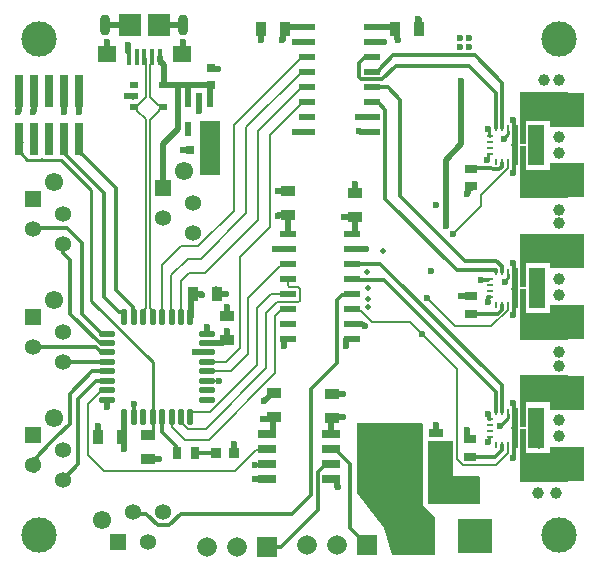
<source format=gbr>
%TF.GenerationSoftware,Altium Limited,Altium Designer,22.10.1 (41)*%
G04 Layer_Physical_Order=1*
G04 Layer_Color=255*
%FSLAX45Y45*%
%MOMM*%
%TF.SameCoordinates,46D62589-93FC-40D0-8CC9-1CC447A4D7C4*%
%TF.FilePolarity,Positive*%
%TF.FileFunction,Copper,L1,Top,Signal*%
%TF.Part,Single*%
G01*
G75*
%TA.AperFunction,Conductor*%
%ADD10C,0.25400*%
%TA.AperFunction,SMDPad,CuDef*%
%ADD11R,0.95620X1.20620*%
%ADD12R,1.20620X0.95620*%
%ADD13R,3.00000X3.00000*%
%ADD14R,1.46170X0.53340*%
%ADD15R,1.52500X0.65000*%
%ADD16R,0.75000X1.00000*%
%ADD17R,0.95000X0.95000*%
%ADD18R,0.70000X0.70000*%
%ADD19R,0.70000X0.70000*%
%ADD20O,1.45000X0.55000*%
%ADD21O,0.55000X1.45000*%
%ADD22R,0.74000X2.79000*%
%ADD23R,0.75000X0.60000*%
%TA.AperFunction,ConnectorPad*%
%ADD24R,0.40000X1.35000*%
%ADD25R,1.60000X1.40000*%
%TA.AperFunction,SMDPad,CuDef*%
%ADD26R,1.90000X1.90000*%
%TA.AperFunction,SMDPad,SMDef*%
%ADD27R,0.60000X0.25000*%
%ADD28R,0.25000X0.60000*%
%ADD29R,0.50000X1.67500*%
%ADD30R,1.40000X3.50000*%
%ADD31R,0.50000X3.50000*%
%TA.AperFunction,SMDPad,CuDef*%
%ADD32R,3.10000X4.20000*%
%ADD33R,1.50000X4.70000*%
%ADD34R,1.15000X0.70000*%
%ADD35R,3.00000X3.00000*%
%ADD36R,1.00000X0.75000*%
%ADD37R,0.60000X1.25000*%
%TA.AperFunction,Conductor*%
%ADD38C,0.30000*%
%ADD39C,0.50000*%
%ADD40C,0.20000*%
%ADD41C,0.15000*%
%TA.AperFunction,ComponentPad*%
%ADD42R,1.35800X1.35800*%
%ADD43C,1.35800*%
%ADD44C,1.55000*%
%ADD45R,1.66500X1.66500*%
%ADD46C,1.66500*%
%ADD47R,1.35800X1.35800*%
%ADD48O,0.90000X1.80000*%
%TA.AperFunction,WasherPad*%
%ADD49C,3.00000*%
%TA.AperFunction,ViaPad*%
%ADD50C,0.50000*%
%ADD51C,0.60000*%
%ADD52C,0.80000*%
%ADD53C,1.00000*%
G36*
X7099400Y3396567D02*
X7325067Y3396874D01*
X7334048Y3387893D01*
X7333741Y3162226D01*
X6889400D01*
Y3692226D01*
X7099400D01*
Y3396567D01*
D02*
G37*
G36*
X6850973Y3838239D02*
X6850000Y3150000D01*
X6950000Y3040000D01*
Y2727867D01*
X6588954D01*
X6520000Y2960000D01*
X6289729Y3256984D01*
Y3847226D01*
X6841999D01*
X6850973Y3838239D01*
D02*
G37*
G36*
X8080000Y3350000D02*
X7670000D01*
Y3590000D01*
X8080000D01*
Y3350000D01*
D02*
G37*
G36*
Y4020000D02*
X7670000D01*
Y4250000D01*
X8080000D01*
Y4020000D01*
D02*
G37*
G36*
X5130000Y5950000D02*
X4960000D01*
Y6400000D01*
X5130000D01*
Y5950000D01*
D02*
G37*
G36*
X8080000Y5750000D02*
X7669552D01*
Y5951161D01*
X7669666Y5951437D01*
Y5973477D01*
X7669552Y5973753D01*
Y5990000D01*
X8080000D01*
Y5750000D01*
D02*
G37*
G36*
Y6403831D02*
X7670000D01*
Y6650000D01*
X8080000D01*
Y6403831D01*
D02*
G37*
G36*
Y4550000D02*
X7670000D01*
Y4780000D01*
X8080000D01*
Y4550000D01*
D02*
G37*
G36*
Y5200000D02*
X7670000D01*
Y5450000D01*
X8080000D01*
Y5200000D01*
D02*
G37*
D10*
X3628589Y6074834D02*
G03*
X3621132Y6075953I-7457J-24281D01*
G01*
X3487746Y6082742D02*
G03*
X3490129Y6080670I17827J18093D01*
G01*
X3501589Y6074833D02*
G03*
X3498384Y6075596I-7468J-24277D01*
G01*
X3780684Y6074833D02*
X4040000Y5815517D01*
Y5320000D02*
Y5815517D01*
X3628589Y6074833D02*
X3780684D01*
X3603798Y6075953D02*
X3621132D01*
X3487614Y6082874D02*
X3487746Y6082742D01*
X3496287Y6075953D02*
X3498384Y6075596D01*
X3602679Y6074833D02*
X3603798Y6075953D01*
X3490128Y6080669D02*
X3496287Y6075953D01*
X3501589Y6074833D02*
X3602679Y6074833D01*
X3450255Y6120232D02*
X3487614Y6082874D01*
X4046821Y4873760D02*
X4560001Y4360581D01*
X4039382Y4881200D02*
X4046821Y4873760D01*
X4039381Y5318183D02*
X4040000Y5320000D01*
X4039381Y5318183D02*
X4039382Y4881200D01*
X3425134Y6144534D02*
Y6247033D01*
X3449432Y6120232D02*
X3450255D01*
X3425134Y6247033D02*
X3449432Y6222736D01*
X3425134Y6144534D02*
X3449432Y6120232D01*
X4560001Y3725842D02*
Y3901029D01*
X7396938Y6335105D02*
X7403559Y6328485D01*
X7403759Y6274994D02*
X7414666D01*
X7403559Y6275194D02*
Y6328485D01*
Y6275194D02*
X7403759Y6274994D01*
X7399381Y6083963D02*
Y6124797D01*
X7392760Y6077343D02*
X7399381Y6083963D01*
X7537076Y6261120D02*
X7566965Y6291009D01*
X7537076Y6251757D02*
Y6261120D01*
X7566965Y6291009D02*
Y6322695D01*
X7567293Y5079296D02*
Y5110950D01*
X7539401Y5042042D02*
Y5051404D01*
X7567293Y5079296D01*
X7404790Y3689399D02*
Y3728119D01*
X7398170Y3682778D02*
X7404790Y3689399D01*
X7404990Y3728319D02*
X7414666D01*
X7404790Y3728119D02*
X7404990Y3728319D01*
X4560001Y3901029D02*
Y4360581D01*
X7503312Y3822090D02*
X7566965Y3885743D01*
Y3926017D01*
D11*
X5102502Y4939999D02*
D03*
X4897499D02*
D03*
X6607498Y7179999D02*
D03*
X6812502D02*
D03*
X5477498Y7179999D02*
D03*
X5682502D02*
D03*
X4302503Y3730000D02*
D03*
X4097499D02*
D03*
D12*
X5190001Y4547499D02*
D03*
Y4752502D02*
D03*
X5590000Y4102497D02*
D03*
Y3897499D02*
D03*
X6080001Y3887502D02*
D03*
Y4092500D02*
D03*
X5710003Y5607499D02*
D03*
Y5812502D02*
D03*
X6270000Y5794998D02*
D03*
Y5590000D02*
D03*
X4520000Y3537498D02*
D03*
Y3742502D02*
D03*
D13*
X7290000Y2889999D02*
D03*
X6790000D02*
D03*
D14*
X6247683Y5448372D02*
D03*
Y5321372D02*
D03*
Y5194372D02*
D03*
Y5067372D02*
D03*
Y4940372D02*
D03*
Y4813372D02*
D03*
Y4686372D02*
D03*
Y4559372D02*
D03*
X5702731D02*
D03*
Y4686372D02*
D03*
Y4813372D02*
D03*
Y4940372D02*
D03*
Y5067372D02*
D03*
Y5194372D02*
D03*
Y5321372D02*
D03*
Y5448372D02*
D03*
X5869085Y7199000D02*
D03*
Y7072000D02*
D03*
Y6945000D02*
D03*
Y6818000D02*
D03*
Y6691000D02*
D03*
Y6564000D02*
D03*
Y6437000D02*
D03*
Y6310000D02*
D03*
X6414037D02*
D03*
Y6437000D02*
D03*
Y6564000D02*
D03*
Y6691000D02*
D03*
Y6818000D02*
D03*
Y6945000D02*
D03*
Y7072000D02*
D03*
Y7199000D02*
D03*
D15*
X5529058Y3750501D02*
D03*
Y3623501D02*
D03*
Y3496501D02*
D03*
Y3369501D02*
D03*
X6071458D02*
D03*
Y3496501D02*
D03*
Y3623501D02*
D03*
Y3750501D02*
D03*
D16*
X4914930Y3590000D02*
D03*
X4764933D02*
D03*
D17*
X5244932D02*
D03*
X5094935D02*
D03*
D18*
X5020000Y6160000D02*
D03*
X4880000D02*
D03*
D19*
X5050000Y6710000D02*
D03*
Y6850000D02*
D03*
D20*
X4177502Y4043528D02*
D03*
Y4123527D02*
D03*
Y4203527D02*
D03*
Y4283527D02*
D03*
Y4363527D02*
D03*
Y4443532D02*
D03*
Y4523532D02*
D03*
Y4603532D02*
D03*
X5022499D02*
D03*
Y4523532D02*
D03*
Y4443532D02*
D03*
Y4363527D02*
D03*
Y4283527D02*
D03*
Y4203527D02*
D03*
Y4123527D02*
D03*
Y4043528D02*
D03*
D21*
X4320002Y4746031D02*
D03*
X4400001D02*
D03*
X4640001D02*
D03*
X4720001D02*
D03*
X4800001D02*
D03*
X4880000D02*
D03*
Y3901029D02*
D03*
X4800001D02*
D03*
X4720001D02*
D03*
X4640001D02*
D03*
X4560001D02*
D03*
X4480001D02*
D03*
X4400001D02*
D03*
X4320002D02*
D03*
X4480001Y4746031D02*
D03*
X4560001D02*
D03*
D22*
X3679134Y6654033D02*
D03*
Y6247033D02*
D03*
X3552134Y6654033D02*
D03*
Y6247033D02*
D03*
X3425134Y6654033D02*
D03*
Y6247033D02*
D03*
X3933134Y6654033D02*
D03*
Y6247033D02*
D03*
X3806134Y6654033D02*
D03*
Y6247033D02*
D03*
D23*
X4399625Y6710497D02*
D03*
Y6615501D02*
D03*
Y6520500D02*
D03*
X4644624D02*
D03*
Y6710497D02*
D03*
D24*
X4619625Y6948957D02*
D03*
X4554626D02*
D03*
X4489623D02*
D03*
X4424624D02*
D03*
X4359626D02*
D03*
D25*
X4809622Y6971462D02*
D03*
X4169623D02*
D03*
D26*
X4609622Y7216460D02*
D03*
X4369623D02*
D03*
D27*
X7414666Y6124997D02*
D03*
Y6174994D02*
D03*
Y6224996D02*
D03*
Y6274994D02*
D03*
X7414997Y4913254D02*
D03*
Y4963251D02*
D03*
Y5013254D02*
D03*
Y5063251D02*
D03*
X7414666Y3728319D02*
D03*
Y3778321D02*
D03*
Y3828318D02*
D03*
Y3878321D02*
D03*
D28*
X7467168Y6339997D02*
D03*
X7517166D02*
D03*
X7567168D02*
D03*
Y6059998D02*
D03*
X7517166D02*
D03*
X7467168D02*
D03*
X7467493Y5128250D02*
D03*
X7517496D02*
D03*
X7567493D02*
D03*
Y4848250D02*
D03*
X7517496D02*
D03*
X7467493D02*
D03*
X7467163Y3943320D02*
D03*
X7517166D02*
D03*
X7567163D02*
D03*
Y3663320D02*
D03*
X7517166D02*
D03*
X7467163D02*
D03*
D29*
X7694666Y6291245D02*
D03*
Y6108746D02*
D03*
X7694996Y5079502D02*
D03*
Y4897003D02*
D03*
X7694666Y3894567D02*
D03*
Y3712068D02*
D03*
D30*
X7809667Y6199998D02*
D03*
X7809992Y4988250D02*
D03*
X7809667Y3803320D02*
D03*
D31*
X7624669Y6199998D02*
D03*
X7624994Y4988250D02*
D03*
X7624663Y3803320D02*
D03*
D32*
X6641902Y3570000D02*
D03*
D33*
X6411900D02*
D03*
D34*
X6959402Y3760500D02*
D03*
Y3633500D02*
D03*
Y3506500D02*
D03*
Y3379500D02*
D03*
D35*
X8065582Y3499998D02*
D03*
Y4100002D02*
D03*
Y4700001D02*
D03*
Y5300000D02*
D03*
Y5899998D02*
D03*
Y6500002D02*
D03*
D36*
X7247421Y3560055D02*
D03*
Y3710053D02*
D03*
X7252467Y4771844D02*
D03*
Y4921846D02*
D03*
X7254239Y5999997D02*
D03*
Y5850000D02*
D03*
D37*
X5044998Y6585002D02*
D03*
X4950002D02*
D03*
X4855001D02*
D03*
Y6335000D02*
D03*
X5044998D02*
D03*
D38*
X6414037Y6564000D02*
X6425707Y6552330D01*
X6528300Y5746348D02*
Y6499112D01*
X6425707Y6552330D02*
X6475082D01*
X6528300Y6499112D01*
X6416221Y6688816D02*
X6552685D01*
X6414037Y6691000D02*
X6416221Y6688816D01*
X6656640Y5769019D02*
Y6584861D01*
X6552685Y6688816D02*
X6656640Y6584861D01*
Y5769019D02*
X7206581Y5219077D01*
X6255931Y5059124D02*
X6518075D01*
X7467163Y3943320D02*
Y4110035D01*
X6518075Y5059124D02*
X7467163Y4110035D01*
X6247683Y5067372D02*
X6255931Y5059124D01*
X6485931Y5195460D02*
X7517166Y4164226D01*
X6212261Y5195460D02*
X6485931D01*
X3800003Y3366000D02*
X3931595Y3497593D01*
Y4052905D01*
X3563000Y3493000D02*
Y3538628D01*
X3577919Y3553546D01*
Y3560748D01*
X3546003Y3493000D02*
X3563000D01*
X3577919Y3560748D02*
X3684103Y3666932D01*
Y3668008D02*
X3751995Y3735900D01*
X3684103Y3666932D02*
Y3668008D01*
X3753071Y3735900D02*
X3857706Y3840535D01*
X3751995Y3735900D02*
X3753071D01*
X3857706Y3840535D02*
Y4093911D01*
X3803527Y4363527D02*
X4177502D01*
X3550296Y4488705D02*
X4078941D01*
X4119331Y4448315D02*
X4172719D01*
X3546003Y4492998D02*
X3550296Y4488705D01*
X4078941D02*
X4119331Y4448315D01*
X4172719D02*
X4177502Y4443532D01*
X3800000Y5284940D02*
X3861431Y5223509D01*
Y4771934D02*
X4105049Y4528315D01*
X3861431Y4771934D02*
Y5223509D01*
X4105049Y4528315D02*
X4175945D01*
X4180728Y4523532D01*
X3800000Y5284940D02*
Y5296911D01*
X3834168Y5495744D02*
X3960529Y5369382D01*
X3546003Y5493001D02*
X3548745Y5495744D01*
X3834168D01*
X3960529Y4771249D02*
Y5369382D01*
Y4771249D02*
X4128247Y4603532D01*
X3828134Y6119257D02*
Y6225033D01*
X4150000Y4913331D02*
Y5797391D01*
X3828134Y6119257D02*
X4150000Y5797391D01*
X3806134Y6247033D02*
X3828134Y6225033D01*
X4150000Y4913331D02*
X4274886Y4788445D01*
X4250000Y4970514D02*
X4395218Y4825296D01*
X4250000Y4970514D02*
Y5834547D01*
X3962014Y6122533D02*
X4250000Y5834547D01*
X3955131Y6122533D02*
X3962014D01*
X3933134Y6144534D02*
Y6247033D01*
Y6144534D02*
X3955131Y6122533D01*
X4399619Y3901411D02*
X4400001Y3901029D01*
X4399619Y3901411D02*
Y4003591D01*
X4399237Y4003973D02*
X4399619Y4003591D01*
X6528300Y5746348D02*
X7132816Y5141833D01*
X7467493Y5128250D02*
Y5139333D01*
X7132816Y5141833D02*
X7464993D01*
X7467493Y5139333D01*
X7342835Y5061182D02*
X7399997D01*
X7340766Y5059113D02*
X7342835Y5061182D01*
X4395218Y4750814D02*
Y4825296D01*
Y4750814D02*
X4400001Y4746031D01*
X4274886Y4788445D02*
X4308453D01*
X4317300Y4746031D02*
Y4779598D01*
X4308453Y4788445D02*
X4317300Y4779598D01*
X6229288Y2954712D02*
Y3500082D01*
Y2954712D02*
X6374000Y2810000D01*
X5646385Y2800000D02*
X5959106Y3112721D01*
Y3427899D02*
X6027708Y3496501D01*
X5959106Y3112721D02*
Y3427899D01*
X5524000Y2800000D02*
X5646385D01*
X6027708Y3496501D02*
X6071458D01*
X5741453Y3080000D02*
X5901711Y3240257D01*
Y4134255D02*
X6122105Y4354649D01*
X5901711Y3240257D02*
Y4134255D01*
X6115494Y3613875D02*
X6229288Y3500082D01*
X4699007Y2980672D02*
X4798335Y3080000D01*
X4503665D02*
X4602993Y2980672D01*
X4699007D01*
X4390000Y3080000D02*
X4503665D01*
X4798335D02*
X5741453D01*
X6167155Y4928702D02*
X6236013D01*
X6122105Y4883651D02*
X6167155Y4928702D01*
X6236013D02*
X6247683Y4940372D01*
X6122105Y4354649D02*
Y4883651D01*
X7616425Y4996818D02*
X7624994Y4988250D01*
X7616425Y4996818D02*
Y5198630D01*
X7619795Y4983051D02*
X7624994Y4988250D01*
X7619663Y4983344D02*
X7619875Y4983132D01*
X7619795Y4766830D02*
Y4983051D01*
X7614266Y5962457D02*
X7619467Y5967658D01*
Y6192755D01*
X7616289Y6208377D02*
Y6410252D01*
X7618447Y6193776D02*
X7619467Y6192755D01*
X7618447Y6198345D02*
X7623015D01*
X7616289Y6208377D02*
X7624669Y6199998D01*
X7623015Y6198345D02*
X7624669Y6199998D01*
X7610549Y6415992D02*
X7616289Y6410252D01*
X7614596Y4761631D02*
X7619795Y4766830D01*
X7610685Y5204371D02*
X7616425Y5198630D01*
X7614266Y3546387D02*
X7619465Y3551585D01*
Y3798121D01*
X7624663Y3803320D01*
X7617478Y3810505D02*
X7624663Y3803320D01*
X7617478Y3810505D02*
Y4012750D01*
X7611738Y4018490D02*
X7617478Y4012750D01*
X7467168Y6339997D02*
Y6639556D01*
X6616222Y6870934D02*
X7235790D01*
X7467168Y6639556D01*
X6501619Y6756331D02*
X6616222Y6870934D01*
X6596318Y6958989D02*
X7287046D01*
X7517166Y6339997D02*
Y6728869D01*
X7287046Y6958989D02*
X7517166Y6728869D01*
X6472122Y6834793D02*
X6596318Y6958989D01*
X7517166Y3943320D02*
Y4164226D01*
X7206581Y5219077D02*
X7468662D01*
X7514992Y5172747D01*
Y5155576D02*
Y5172747D01*
Y5155576D02*
X7514996Y5155572D01*
Y5130750D02*
Y5155572D01*
Y5130750D02*
X7517496Y5128250D01*
X7255655Y6006571D02*
X7428598D01*
X7440171Y5994998D01*
X7494166D02*
X7514666Y6015499D01*
X7440171Y5994998D02*
X7494166D01*
X4914930Y3590000D02*
X5094935D01*
X4755957Y3568976D02*
Y3655000D01*
Y3568976D02*
X4764933Y3560000D01*
X4640001Y3770956D02*
Y3901029D01*
Y3770956D02*
X4755957Y3655000D01*
X7402785Y4910754D02*
X7405284Y4913254D01*
X7402785Y4872863D02*
Y4910754D01*
X7397044Y4867123D02*
X7402785Y4872863D01*
X7405284Y4913254D02*
X7414997D01*
X7407085Y3878321D02*
X7414666D01*
X7404585Y3880821D02*
Y3914150D01*
Y3880821D02*
X7407085Y3878321D01*
X7398845Y3919891D02*
X7404585Y3914150D01*
X6373416Y6817894D02*
X6460346D01*
X6472122Y6829670D01*
Y6834793D01*
X6305953Y6776833D02*
Y6893900D01*
X6345384Y6933330D02*
X6401026D01*
X6305953Y6893900D02*
X6345384Y6933330D01*
X6401026D02*
X6412696Y6945000D01*
X6326455Y6756331D02*
X6501619D01*
X6305953Y6776833D02*
X6326455Y6756331D01*
X4641941Y3899088D02*
X4644781Y3896248D01*
X7483083Y4771844D02*
X7517496Y4806254D01*
X7249139Y4771844D02*
X7483083D01*
X7514666Y6015499D02*
Y6044998D01*
X7247421Y3560055D02*
X7455897D01*
X7517166Y3621324D01*
X4082628Y4203939D02*
X4177909D01*
X4047327Y4283527D02*
X4182842D01*
X3931595Y4052905D02*
X4082628Y4203939D01*
X3857706Y4093911D02*
X4047327Y4283527D01*
X3566246Y3443244D02*
Y3480151D01*
X4128247Y4603532D02*
X4177502D01*
X7517496Y4806254D02*
Y4848250D01*
X7517166Y3621324D02*
Y3663320D01*
D39*
X4813050Y6158656D02*
X4813721Y6159328D01*
X4879328D02*
X4880000Y6160000D01*
X4813721Y6159328D02*
X4879328D01*
X5106685Y4955331D02*
X5125312Y4936704D01*
X5179592D01*
X5106685Y4955331D02*
Y4970307D01*
X5179592Y4936704D02*
X5181506Y4934791D01*
X4904438Y4951845D02*
Y4963059D01*
X4920309Y4935974D02*
X4973754D01*
X4904438Y4951845D02*
X4920309Y4935974D01*
X4973754D02*
X4975667Y4934061D01*
X5098715Y4978277D02*
X5106685Y4970307D01*
X5189991Y4769693D02*
X5190928Y4768756D01*
X5189982Y4832657D02*
X5189991Y4832647D01*
Y4769693D02*
Y4832647D01*
X5190001Y4547499D02*
Y4622804D01*
X5177501Y4547499D02*
X5190001D01*
X5154491Y4524488D02*
X5177501Y4547499D01*
X5023456Y4524488D02*
X5154491D01*
X6414037Y7199000D02*
X6611729D01*
X6269791Y5589791D02*
X6270000Y5590000D01*
X6269442Y5589442D02*
X6269791Y5589791D01*
Y5590209D01*
Y5450322D02*
Y5589791D01*
X6071458Y3750501D02*
Y3887502D01*
X4770321Y6336069D02*
Y6710497D01*
X4860000D01*
X4644624D02*
X4770321D01*
X4646000Y6211749D02*
X4770321Y6336069D01*
X4646000Y5837000D02*
Y6211749D01*
X4897499Y4969998D02*
X4904438Y4963059D01*
X4881131Y4795697D02*
Y4953631D01*
X4897499Y4969998D01*
X4880957Y4746987D02*
Y4795523D01*
X4881131Y4795697D01*
X4880000Y4746031D02*
X4880957Y4746987D01*
X5047499Y6587503D02*
Y6707499D01*
X5044998Y6585002D02*
X5047499Y6587503D01*
Y6707499D02*
X5050000Y6710000D01*
X4860000Y6710497D02*
X5040000D01*
X4855001Y6585002D02*
X4860000Y6590001D01*
Y6710497D01*
X5040000Y6180000D02*
Y6340000D01*
X4949537Y6492176D02*
Y6617306D01*
X5557875Y4082872D02*
X5590286D01*
X4918344Y4444116D02*
X5064582D01*
X4595500Y7215927D02*
X4805502D01*
X4145504D02*
X4355501D01*
X4798243Y6973667D02*
X4814428Y6989851D01*
X4397563Y6610497D02*
Y6615816D01*
X4155501Y6970923D02*
X4176207Y6991629D01*
X4949537Y6617306D02*
X4950000Y6617769D01*
X4949072Y6491711D02*
X4949537Y6492176D01*
X5053780Y6846220D02*
X5116722D01*
X5423718Y3368865D02*
X5518368D01*
X5244932Y3590000D02*
X5245192Y3590260D01*
Y3670143D01*
X5245452Y3670403D01*
X6122708Y3306592D02*
X6125665Y3303635D01*
X6115208Y3369501D02*
X6122708Y3362001D01*
Y3306592D02*
Y3362001D01*
X6071458Y3369501D02*
X6115208D01*
X6125665Y3300929D02*
Y3303635D01*
X4302503Y3720000D02*
X4320002Y3737498D01*
Y3901029D01*
X4096178Y3762137D02*
X4103462Y3754854D01*
X4096178Y3762137D02*
Y3822092D01*
X4094857Y3823414D02*
X4096178Y3822092D01*
X4537090Y3541475D02*
X4611629D01*
X5512195Y4037192D02*
X5557875Y4082872D01*
X5503677Y4035279D02*
X5505590Y4037192D01*
X5512195D01*
X6178031Y5588885D02*
X6178588Y5589442D01*
X6269442D01*
X5580308Y3879179D02*
X5588980D01*
X5580308Y3758001D02*
Y3879179D01*
X5498727D02*
X5580308D01*
X6094358Y4095891D02*
X6169593D01*
X6103430Y3898431D02*
X6170243D01*
X6092501Y3887502D02*
X6103430Y3898431D01*
X6170243D02*
X6172156Y3900344D01*
X6080001Y3887502D02*
X6092501D01*
X4315469Y3622757D02*
Y3710761D01*
X5022499Y4523532D02*
X5023456Y4524488D01*
X6607498Y7167499D02*
X6630309Y7144689D01*
Y7102398D02*
X6640000Y7092706D01*
Y7090000D02*
Y7092706D01*
X6630309Y7102398D02*
Y7144689D01*
X6607498Y7167499D02*
Y7179999D01*
X6611729Y7182869D02*
Y7199000D01*
X5476845Y7179346D02*
X5477498Y7179999D01*
X5476192Y7088551D02*
X5476845Y7089204D01*
Y7179346D01*
X5660403Y7091877D02*
Y7157900D01*
X5699833Y7197330D01*
X5658490Y7089964D02*
X5660403Y7091877D01*
X5699833Y7197330D02*
X5867415D01*
X6270000Y5794998D02*
X6271708Y5796706D01*
Y5870689D01*
X6273416Y5872398D01*
X6267841Y5448372D02*
X6269791Y5450322D01*
X5621289Y5809172D02*
X5622954Y5810837D01*
X5682829D02*
X5683887Y5809779D01*
X5622954Y5810837D02*
X5682829D01*
X5621091Y5605085D02*
X5703974D01*
X5706388Y5450042D02*
Y5607499D01*
X5703974Y5605085D02*
X5706388Y5607499D01*
X5619177Y5603171D02*
X5621091Y5605085D01*
X7040000Y5513275D02*
Y6075843D01*
Y5513275D02*
X7041273Y5512002D01*
X7040000Y6075843D02*
X7170000Y6205843D01*
Y6740000D01*
X7231628Y5839889D02*
X7264350D01*
X6810722Y7181778D02*
X6812502Y7179999D01*
X6808943Y7270625D02*
X6810722Y7268846D01*
Y7181778D02*
Y7268846D01*
X6249353Y4684702D02*
X6335626D01*
X6354508Y4665819D02*
X6357214D01*
X6247683Y4686372D02*
X6249353Y4684702D01*
X6335626D02*
X6354508Y4665819D01*
X6300423Y6435966D02*
X6413002D01*
X6414037Y6437000D01*
X6299388Y6434931D02*
X6300423Y6435966D01*
X6247683Y5448372D02*
X6267841D01*
X6312441Y6311670D02*
X6412367D01*
X6307574Y6316537D02*
X6312441Y6311670D01*
X6304868Y6316537D02*
X6307574D01*
X6412367Y6311670D02*
X6414037Y6310000D01*
X6248868Y5320186D02*
X6365579D01*
X6366765Y5319001D01*
X6247683Y5321372D02*
X6248868Y5320186D01*
X7224907Y5787714D02*
X7229239Y5792046D01*
X7224907Y5785008D02*
Y5787714D01*
X7229239Y5792046D02*
Y5837500D01*
X7231628Y5839889D01*
X5704718Y5448372D02*
X5706388Y5450042D01*
X5702731Y5448372D02*
X5704718D01*
X7237898Y3710053D02*
X7247421D01*
X7225398Y3722553D02*
X7237898Y3710053D01*
X7223485Y3784304D02*
X7225398Y3782391D01*
Y3722553D02*
Y3782391D01*
X5672467Y4557702D02*
X5674137Y4559372D01*
X5702731D01*
X5672467Y4500286D02*
Y4557702D01*
X5670554Y4498373D02*
X5672467Y4500286D01*
X5497421Y3880485D02*
X5498727Y3879179D01*
X5868056Y7070971D02*
X5869085Y7072000D01*
X5767937Y7070971D02*
X5868056D01*
X5766908Y7069943D02*
X5767937Y7070971D01*
X5867849Y6308764D02*
X5869085Y6310000D01*
X5767377Y6308764D02*
X5867849D01*
X5766140Y6307528D02*
X5767377Y6308764D01*
X5702621Y5321482D02*
X5702731Y5321372D01*
X5599538Y5321592D02*
X5599648Y5321482D01*
X5702621D01*
X6199598Y4557702D02*
X6201268Y4559372D01*
X6199598Y4504098D02*
Y4557702D01*
X6196780Y4501281D02*
X6199598Y4504098D01*
X6201268Y4559372D02*
X6247683D01*
X6196780Y4498575D02*
Y4501281D01*
X6415958Y7070079D02*
X6515916D01*
X6414037Y7072000D02*
X6415958Y7070079D01*
X7173941Y4923638D02*
X7250675D01*
X7172148Y4925431D02*
X7173941Y4923638D01*
X7250675D02*
X7252467Y4921846D01*
X5867415Y7197330D02*
X5869085Y7199000D01*
X4175848Y4041221D02*
X4176705D01*
X4175845Y3984716D02*
Y4041218D01*
X4175848Y4041221D01*
X4174186Y3983058D02*
X4175845Y3984716D01*
X7879822Y3499998D02*
X8165582D01*
X7708605Y5300000D02*
X8165582D01*
X7719761Y6500002D02*
X8165582D01*
X4655063Y6707561D02*
Y6876019D01*
X3934932Y6642923D02*
X3945133Y6653124D01*
X3934932Y6483731D02*
X3936731Y6481933D01*
X3934932Y6483731D02*
Y6642923D01*
X3551489Y6484087D02*
Y6630589D01*
X3550849Y6483447D02*
X3551489Y6484087D01*
X3807120Y6484427D02*
Y6632103D01*
X3806363Y6632859D02*
X3807120Y6632103D01*
Y6484427D02*
X3808105Y6483447D01*
X3423732Y6483441D02*
X3424433Y6484142D01*
Y6639667D01*
X4917755Y4444705D02*
X4918344Y4444116D01*
X5064582D02*
X5065121Y4443578D01*
X5022850Y4603882D02*
Y4661220D01*
X5023206Y4661571D01*
X5022499Y4603532D02*
X5022850Y4603882D01*
X4352656Y7045640D02*
X4354622Y7043669D01*
X4352656Y7045640D02*
Y7048348D01*
X4354622Y6991462D02*
Y7043669D01*
X4619625Y6911457D02*
Y6948957D01*
Y6911457D02*
X4655063Y6876019D01*
X4814428Y6989851D02*
Y7068876D01*
X4176207Y6991629D02*
Y7068876D01*
X4340946Y6616131D02*
X4341261Y6615816D01*
X4397563D01*
X6959402Y3760500D02*
Y3827226D01*
X8065582Y4100002D02*
X8165582D01*
X7723952D02*
X8065582D01*
Y4700001D02*
X8165582D01*
X7724282D02*
X8065582D01*
X7694666Y5946054D02*
X7836891Y5803829D01*
X7694666Y5946054D02*
Y6108746D01*
X7694996Y5079502D02*
Y5251968D01*
X7743027Y5300000D01*
X7694666Y6291245D02*
Y6440485D01*
X7754183Y6500002D01*
X7726045Y3472561D02*
X7886802D01*
X7694666Y3503940D02*
X7726045Y3472561D01*
X7886802D02*
X7914244Y3499998D01*
X7694666Y3894567D02*
Y4070711D01*
Y3503940D02*
Y3712068D01*
X7694996Y4729292D02*
Y4897003D01*
D40*
X5022499Y4363527D02*
X5180087D01*
X5300495Y4483935D02*
Y5253761D01*
X5180087Y4363527D02*
X5300495Y4483935D01*
X5028214Y4289242D02*
X5224922D01*
X5363944Y4428264D02*
Y4906505D01*
X5224922Y4289242D02*
X5363944Y4428264D01*
X5448598Y5562726D02*
Y6316928D01*
X5005872Y5120000D02*
X5448598Y5562726D01*
Y6316928D02*
X5822670Y6691000D01*
X5353137Y6348467D02*
X5822670Y6818000D01*
X5353137Y5622900D02*
Y6348467D01*
X4966765Y5236528D02*
X5353137Y5622900D01*
X5250218Y6372548D02*
X5822670Y6945000D01*
X5250218Y5645014D02*
Y6372548D01*
X4947229Y5342025D02*
X5250218Y5645014D01*
X5300495Y5253761D02*
X5549815Y5503081D01*
Y6286535D01*
X4859912Y5236528D02*
X4966765D01*
X4718711Y5095327D02*
X4859912Y5236528D01*
X4640001Y5184578D02*
X4797448Y5342025D01*
X4947229D01*
X4640001Y4746031D02*
Y5184578D01*
X4870000Y5120000D02*
X5005872D01*
X4800001Y4746031D02*
Y5050001D01*
X4870000Y5120000D01*
X4718711Y4747320D02*
Y5095327D01*
X5549815Y6286535D02*
X5806000Y6542720D01*
X4147806Y3440000D02*
X5259505D01*
X5433380Y3613875D01*
X4010637Y3577170D02*
X4147806Y3440000D01*
X5527002Y3494445D02*
X5529058Y3496501D01*
X5422430Y3494445D02*
X5527002D01*
X5433380Y3613875D02*
X5529344D01*
X5123800Y4203425D02*
X5123902Y4203322D01*
X5022499Y4203527D02*
X5022602Y4203425D01*
X5123800D01*
X4833911Y3701686D02*
X5032778D01*
X5597721Y4266629D02*
Y4754693D01*
X5032778Y3701686D02*
X5597721Y4266629D01*
X4720001Y3901029D02*
X4720443Y3900586D01*
Y3815154D02*
X4833911Y3701686D01*
X4720443Y3815154D02*
Y3900586D01*
X7335924Y5685924D02*
Y5776605D01*
X7100000Y5450000D02*
X7335924Y5685924D01*
Y5776605D02*
X7564668Y6005348D01*
Y6057498D01*
X6885530Y4904659D02*
X7122697Y4667492D01*
X6885530Y4904659D02*
Y4906474D01*
X7122697Y4667492D02*
X7428231D01*
X6741603Y4702624D02*
X6842264Y4601963D01*
Y4595729D02*
Y4601963D01*
Y4595729D02*
X7136259Y4301735D01*
Y3541292D02*
Y4301735D01*
X6421002Y4702624D02*
X6741603D01*
X6326924Y4796702D02*
X6421002Y4702624D01*
X6247683Y4813372D02*
X6264353Y4796702D01*
X6326924D01*
X7564993Y4804254D02*
Y4845750D01*
X7428231Y4667492D02*
X7564993Y4804254D01*
X7564668Y6057498D02*
X7567168Y6059998D01*
X4800001Y3854711D02*
X4856183Y3798529D01*
X5007572D02*
X5523318Y4314275D01*
X4800001Y3854711D02*
Y3901029D01*
X4856183Y3798529D02*
X5007572D01*
X5523318Y4314275D02*
Y4780643D01*
X7564993Y4845750D02*
X7567493Y4848250D01*
X7566000Y3590518D02*
Y3662157D01*
X7468038Y3492556D02*
X7566000Y3590518D01*
X7184995Y3492556D02*
X7468038D01*
X7136259Y3541292D02*
X7184995Y3492556D01*
X5686061Y5177702D02*
X5702731Y5194372D01*
X5635140Y5177702D02*
X5686061D01*
X5363944Y4906505D02*
X5635140Y5177702D01*
X4010637Y3577170D02*
Y4005363D01*
X4128801Y4123527D01*
X4177502D01*
X5639646Y4796617D02*
Y4796702D01*
X5597721Y4754693D02*
X5639646Y4796617D01*
Y4796702D02*
X5656316Y4813372D01*
X5702731D01*
X5523318Y4780643D02*
X5612717Y4870042D01*
X5041317Y3936028D02*
X5440123Y4334834D01*
Y4817297D01*
X5558628Y4935802D01*
X5022499Y4283527D02*
X5028214Y4289242D01*
X5612717Y4870042D02*
X5794100D01*
X5558628Y4935802D02*
X5698161D01*
X5805816Y4881757D02*
Y4979468D01*
X5794100Y4870042D02*
X5805816Y4881757D01*
X5698161Y4935802D02*
X5702731Y4940372D01*
X5716391Y4997042D02*
X5788242D01*
X5805816Y4979468D01*
X5702731Y5010702D02*
Y5067372D01*
Y5010702D02*
X5716391Y4997042D01*
X4896168Y3936028D02*
X5041317D01*
X4880000Y3919861D02*
X4896168Y3936028D01*
X4880000Y3901029D02*
Y3919861D01*
X5806000Y6547330D02*
X5822670Y6564000D01*
X5869085D01*
X5806000Y6542720D02*
Y6547330D01*
X5822670Y6818000D02*
X5869085D01*
X5822670Y6691000D02*
X5869085D01*
X5822670Y6945000D02*
X5869085D01*
D41*
X4415434Y6520500D02*
Y6528806D01*
X4399625Y6520500D02*
X4415434D01*
X4399625D02*
X4407124D01*
X4504624Y6609690D02*
Y6717228D01*
Y6609690D02*
Y6717233D01*
Y6880174D01*
X4628667Y6520500D02*
X4644624D01*
X4628667D02*
Y6528958D01*
X4407124Y6520500D02*
X4429628Y6498001D01*
Y6490498D02*
X4502216Y6417909D01*
X4429628Y6490498D02*
Y6498001D01*
X4502216Y4819818D02*
Y6417909D01*
X4637126Y6520500D02*
X4644624D01*
X4537217Y4819818D02*
Y6413089D01*
X4614626Y6490498D02*
Y6498001D01*
X4637126Y6520500D01*
X4537217Y6413089D02*
X4614626Y6490498D01*
X4606168Y6542999D02*
X4614626D01*
X4539625Y6609542D02*
Y6731726D01*
X4614626Y6542999D02*
X4628667Y6528958D01*
X4539625Y6609542D02*
X4606168Y6542999D01*
X4415434Y6528806D02*
X4429628Y6542999D01*
X4437934D01*
X4504624Y6609690D01*
X4480001Y4746031D02*
Y4797598D01*
X4502216Y4819818D01*
X4560001Y4746031D02*
Y4797034D01*
X4537217Y4819818D02*
X4560001Y4797034D01*
X4542125Y6936461D02*
X4554626Y6948957D01*
X4542125Y6882674D02*
Y6936461D01*
X4539625Y6880174D02*
X4542125Y6882674D01*
X4539625Y6731726D02*
Y6880174D01*
X4502125Y6882674D02*
X4504624Y6880174D01*
X4489623Y6948957D02*
X4502125Y6936461D01*
Y6882674D02*
Y6936461D01*
D42*
X4646000Y5837000D02*
D03*
X3546003Y5747001D02*
D03*
Y3747000D02*
D03*
Y4746998D02*
D03*
D43*
X4900000Y5710000D02*
D03*
X4646000Y5583000D02*
D03*
X4900000Y5456000D02*
D03*
X4651000Y3096572D02*
D03*
X4524000Y2842572D02*
D03*
X4397000Y3096572D02*
D03*
X3800003Y5366001D02*
D03*
X3546003Y5493001D02*
D03*
X3800003Y5620001D02*
D03*
Y3366000D02*
D03*
X3546003Y3493000D02*
D03*
X3800003Y3620000D02*
D03*
Y4365998D02*
D03*
X3546003Y4492998D02*
D03*
X3800003Y4619998D02*
D03*
D44*
X4826000Y5977000D02*
D03*
X4130000Y3022572D02*
D03*
X3726002Y5887001D02*
D03*
Y3887000D02*
D03*
Y4886998D02*
D03*
D45*
X6374000Y2810000D02*
D03*
X5524000Y2800000D02*
D03*
D46*
X6120000Y2810000D02*
D03*
X5866000D02*
D03*
X5270000Y2800000D02*
D03*
X5016000D02*
D03*
D47*
X4270000Y2842572D02*
D03*
D48*
X4819625Y7216460D02*
D03*
X4159626D02*
D03*
D49*
X7999999Y2899999D02*
D03*
Y7100001D02*
D03*
X3599998Y2899999D02*
D03*
Y7100001D02*
D03*
D50*
X6381905Y4991866D02*
D03*
X6376932Y5127284D02*
D03*
X7619663Y4983344D02*
D03*
X7618447Y6198345D02*
D03*
X7619827Y3803317D02*
D03*
X6387170Y4896641D02*
D03*
Y4825097D02*
D03*
X6510000Y5300000D02*
D03*
D51*
X4399237Y4003973D02*
D03*
X7240000Y7030000D02*
D03*
X7160000D02*
D03*
Y7110000D02*
D03*
X7240000D02*
D03*
X7340766Y5059113D02*
D03*
X4813050Y6158656D02*
D03*
X5181506Y4934791D02*
D03*
X4975667Y4934061D02*
D03*
X5189982Y4832657D02*
D03*
X4949072Y6491711D02*
D03*
X5116722Y6846220D02*
D03*
X5423718Y3368865D02*
D03*
X5422430Y3494445D02*
D03*
X5123902Y4203322D02*
D03*
X5245452Y3670403D02*
D03*
X6125665Y3300929D02*
D03*
X4094857Y3823414D02*
D03*
X4611629Y3541475D02*
D03*
X6916306Y5132939D02*
D03*
X5503677Y4035279D02*
D03*
X6178031Y5588885D02*
D03*
X6169593Y4095891D02*
D03*
X6172156Y3900344D02*
D03*
X5191132Y4623935D02*
D03*
X4315469Y3622757D02*
D03*
X6640000Y7090000D02*
D03*
X5476192Y7088551D02*
D03*
X5658490Y7089964D02*
D03*
X6273416Y5872398D02*
D03*
X5621289Y5809172D02*
D03*
X5619177Y5603171D02*
D03*
X6959600Y5694919D02*
D03*
X7041273Y5512002D02*
D03*
X7100000Y5450000D02*
D03*
X6808943Y7270625D02*
D03*
X6357214Y4665819D02*
D03*
X7614266Y5962457D02*
D03*
X7610549Y6415992D02*
D03*
X7614596Y4761631D02*
D03*
X7610685Y5204371D02*
D03*
X7614266Y3546387D02*
D03*
X7611738Y4018490D02*
D03*
X6299388Y6434931D02*
D03*
X7170000Y6740000D02*
D03*
X6304868Y6316537D02*
D03*
X6366765Y5319001D02*
D03*
X7396938Y6335105D02*
D03*
X6885530Y4906474D02*
D03*
X6842264Y4601963D02*
D03*
X7224907Y5785008D02*
D03*
X7223485Y3784304D02*
D03*
X5670554Y4498373D02*
D03*
X5497421Y3880485D02*
D03*
X5766908Y7069943D02*
D03*
X5766140Y6307528D02*
D03*
X5599538Y5321592D02*
D03*
X6196780Y4498575D02*
D03*
X6515916Y7070079D02*
D03*
X7392760Y6077343D02*
D03*
X7537076Y6251757D02*
D03*
X7397044Y4867123D02*
D03*
X7539401Y5042042D02*
D03*
X7172148Y4925431D02*
D03*
X7398845Y3919891D02*
D03*
X7398170Y3682778D02*
D03*
X4174186Y3983058D02*
D03*
X5000115Y6071202D02*
D03*
X3936731Y6481933D02*
D03*
X3550849Y6483447D02*
D03*
X3808105D02*
D03*
X3423732Y6483441D02*
D03*
X5090000Y6070001D02*
D03*
X5000003Y5990001D02*
D03*
X5090000D02*
D03*
X4917755Y4444705D02*
D03*
X5023206Y4661571D02*
D03*
X4352656Y7048348D02*
D03*
X4814428Y7068876D02*
D03*
X4176207D02*
D03*
X4340946Y6616131D02*
D03*
X6959402Y3827226D02*
D03*
X7503312Y3822090D02*
D03*
D52*
X7390000Y2990000D02*
D03*
Y2890000D02*
D03*
X7190000D02*
D03*
X7290000Y2790000D02*
D03*
Y2890000D02*
D03*
X7190000Y2790000D02*
D03*
X7390000D02*
D03*
X7190000Y2990000D02*
D03*
X7290000D02*
D03*
X7170000Y3220000D02*
D03*
X7280000D02*
D03*
Y3330000D02*
D03*
X7170000D02*
D03*
X7060000D02*
D03*
X6940000D02*
D03*
Y3220000D02*
D03*
X7060000D02*
D03*
X7829225Y3800104D02*
D03*
X7830002Y3670000D02*
D03*
Y6330000D02*
D03*
Y6070001D02*
D03*
X7829225Y6200104D02*
D03*
X7830002Y5120000D02*
D03*
Y4860000D02*
D03*
X7829225Y4990104D02*
D03*
X7830002Y3930000D02*
D03*
D53*
X7997642Y6134257D02*
D03*
X7975001Y3250001D02*
D03*
X7824998D02*
D03*
X7998851Y3733780D02*
D03*
X7998831Y6269680D02*
D03*
X7999999Y4449999D02*
D03*
Y5650001D02*
D03*
X8000589Y5064262D02*
D03*
X7997276Y5536133D02*
D03*
X7998277Y3870858D02*
D03*
X7997703Y4329120D02*
D03*
X7875001Y6749999D02*
D03*
X7999999D02*
D03*
X8001528Y4933671D02*
D03*
%TF.MD5,fac78f96f2ad2dd918dc9b2948bdc3b1*%
M02*

</source>
